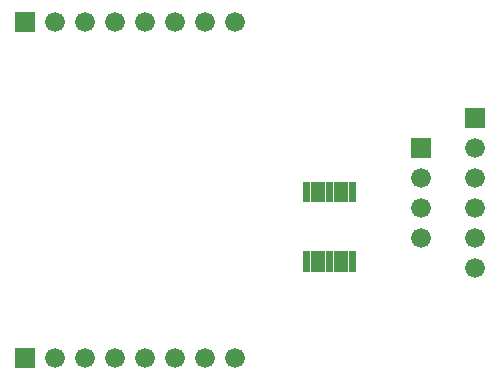
<source format=gbr>
G04 start of page 5 for group -4062 idx -4062 *
G04 Title: (unknown), soldermask *
G04 Creator: pcb 20091103 *
G04 CreationDate: Sun 20 Mar 2011 04:21:17 AM GMT UTC *
G04 For: gjhurlbu *
G04 Format: Gerber/RS-274X *
G04 PCB-Dimensions: 600000 500000 *
G04 PCB-Coordinate-Origin: lower left *
%MOIN*%
%FSLAX25Y25*%
%LNBACKMASK*%
%ADD12C,0.0200*%
%ADD19C,0.0660*%
%ADD22R,0.0230X0.0230*%
G54D12*G36*
X188700Y385300D02*Y378700D01*
X195300D01*
Y385300D01*
X188700D01*
G37*
G54D19*X192000Y372000D03*
Y362000D03*
Y352000D03*
Y342000D03*
Y332000D03*
G54D12*G36*
X170700Y375300D02*Y368700D01*
X177300D01*
Y375300D01*
X170700D01*
G37*
G54D19*X174000Y362000D03*
Y352000D03*
Y342000D03*
G54D12*G36*
X38700Y417300D02*Y410700D01*
X45300D01*
Y417300D01*
X38700D01*
G37*
G54D19*X52000Y414000D03*
X62000D03*
X72000D03*
X82000D03*
X92000D03*
X102000D03*
X112000D03*
G54D12*G36*
X38700Y305300D02*Y298700D01*
X45300D01*
Y305300D01*
X38700D01*
G37*
G54D19*X52000Y302000D03*
X62000D03*
X72000D03*
X82000D03*
X92000D03*
X102000D03*
X112000D03*
G54D22*X151236Y336378D02*Y331772D01*
X148677Y336378D02*Y331772D01*
X146118Y336378D02*Y331772D01*
X143559Y336378D02*Y331772D01*
X141000Y336378D02*Y331772D01*
X138441Y336378D02*Y331772D01*
X135882Y336378D02*Y331772D01*
Y359606D02*Y355000D01*
X138441Y359606D02*Y355000D01*
X141000Y359606D02*Y355000D01*
X143559Y359606D02*Y355000D01*
X146118Y359606D02*Y355000D01*
X148677Y359606D02*Y355000D01*
X151236Y359606D02*Y355000D01*
M02*

</source>
